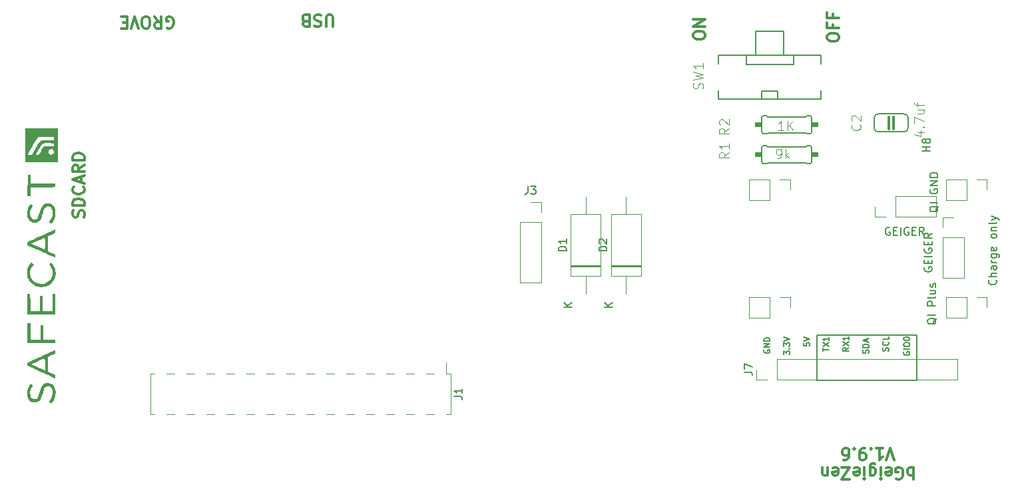
<source format=gbr>
G04 #@! TF.GenerationSoftware,KiCad,Pcbnew,5.99.0-unknown-da005bd2a6~101~ubuntu20.04.1*
G04 #@! TF.CreationDate,2021-02-28T21:29:47+09:00*
G04 #@! TF.ProjectId,M5_board_bGeigieRaku V1.9,4d355f62-6f61-4726-945f-624765696769,rev?*
G04 #@! TF.SameCoordinates,Original*
G04 #@! TF.FileFunction,Legend,Top*
G04 #@! TF.FilePolarity,Positive*
%FSLAX46Y46*%
G04 Gerber Fmt 4.6, Leading zero omitted, Abs format (unit mm)*
G04 Created by KiCad (PCBNEW 5.99.0-unknown-da005bd2a6~101~ubuntu20.04.1) date 2021-02-28 21:29:47*
%MOMM*%
%LPD*%
G01*
G04 APERTURE LIST*
%ADD10C,0.300000*%
%ADD11C,0.200000*%
%ADD12C,0.150000*%
%ADD13C,0.120650*%
%ADD14C,0.096520*%
%ADD15C,0.152400*%
%ADD16C,0.120000*%
%ADD17C,0.127000*%
%ADD18C,0.304800*%
G04 APERTURE END LIST*
D10*
X107071885Y-69880000D02*
X107214742Y-69951428D01*
X107429028Y-69951428D01*
X107643314Y-69880000D01*
X107786171Y-69737142D01*
X107857600Y-69594285D01*
X107929028Y-69308571D01*
X107929028Y-69094285D01*
X107857600Y-68808571D01*
X107786171Y-68665714D01*
X107643314Y-68522857D01*
X107429028Y-68451428D01*
X107286171Y-68451428D01*
X107071885Y-68522857D01*
X107000457Y-68594285D01*
X107000457Y-69094285D01*
X107286171Y-69094285D01*
X105500457Y-68451428D02*
X106000457Y-69165714D01*
X106357600Y-68451428D02*
X106357600Y-69951428D01*
X105786171Y-69951428D01*
X105643314Y-69880000D01*
X105571885Y-69808571D01*
X105500457Y-69665714D01*
X105500457Y-69451428D01*
X105571885Y-69308571D01*
X105643314Y-69237142D01*
X105786171Y-69165714D01*
X106357600Y-69165714D01*
X104571885Y-69951428D02*
X104286171Y-69951428D01*
X104143314Y-69880000D01*
X104000457Y-69737142D01*
X103929028Y-69451428D01*
X103929028Y-68951428D01*
X104000457Y-68665714D01*
X104143314Y-68522857D01*
X104286171Y-68451428D01*
X104571885Y-68451428D01*
X104714742Y-68522857D01*
X104857600Y-68665714D01*
X104929028Y-68951428D01*
X104929028Y-69451428D01*
X104857600Y-69737142D01*
X104714742Y-69880000D01*
X104571885Y-69951428D01*
X103500457Y-69951428D02*
X103000457Y-68451428D01*
X102500457Y-69951428D01*
X102000457Y-69237142D02*
X101500457Y-69237142D01*
X101286171Y-68451428D02*
X102000457Y-68451428D01*
X102000457Y-69951428D01*
X101286171Y-69951428D01*
X201993314Y-125858928D02*
X201993314Y-127358928D01*
X201993314Y-126787500D02*
X201850457Y-126858928D01*
X201564742Y-126858928D01*
X201421885Y-126787500D01*
X201350457Y-126716071D01*
X201279028Y-126573214D01*
X201279028Y-126144642D01*
X201350457Y-126001785D01*
X201421885Y-125930357D01*
X201564742Y-125858928D01*
X201850457Y-125858928D01*
X201993314Y-125930357D01*
X199850457Y-127287500D02*
X199993314Y-127358928D01*
X200207600Y-127358928D01*
X200421885Y-127287500D01*
X200564742Y-127144642D01*
X200636171Y-127001785D01*
X200707600Y-126716071D01*
X200707600Y-126501785D01*
X200636171Y-126216071D01*
X200564742Y-126073214D01*
X200421885Y-125930357D01*
X200207600Y-125858928D01*
X200064742Y-125858928D01*
X199850457Y-125930357D01*
X199779028Y-126001785D01*
X199779028Y-126501785D01*
X200064742Y-126501785D01*
X198564742Y-125930357D02*
X198707600Y-125858928D01*
X198993314Y-125858928D01*
X199136171Y-125930357D01*
X199207600Y-126073214D01*
X199207600Y-126644642D01*
X199136171Y-126787500D01*
X198993314Y-126858928D01*
X198707600Y-126858928D01*
X198564742Y-126787500D01*
X198493314Y-126644642D01*
X198493314Y-126501785D01*
X199207600Y-126358928D01*
X197850457Y-125858928D02*
X197850457Y-126858928D01*
X197850457Y-127358928D02*
X197921885Y-127287500D01*
X197850457Y-127216071D01*
X197779028Y-127287500D01*
X197850457Y-127358928D01*
X197850457Y-127216071D01*
X196493314Y-126858928D02*
X196493314Y-125644642D01*
X196564742Y-125501785D01*
X196636171Y-125430357D01*
X196779028Y-125358928D01*
X196993314Y-125358928D01*
X197136171Y-125430357D01*
X196493314Y-125930357D02*
X196636171Y-125858928D01*
X196921885Y-125858928D01*
X197064742Y-125930357D01*
X197136171Y-126001785D01*
X197207600Y-126144642D01*
X197207600Y-126573214D01*
X197136171Y-126716071D01*
X197064742Y-126787500D01*
X196921885Y-126858928D01*
X196636171Y-126858928D01*
X196493314Y-126787500D01*
X195779028Y-125858928D02*
X195779028Y-126858928D01*
X195779028Y-127358928D02*
X195850457Y-127287500D01*
X195779028Y-127216071D01*
X195707600Y-127287500D01*
X195779028Y-127358928D01*
X195779028Y-127216071D01*
X194493314Y-125930357D02*
X194636171Y-125858928D01*
X194921885Y-125858928D01*
X195064742Y-125930357D01*
X195136171Y-126073214D01*
X195136171Y-126644642D01*
X195064742Y-126787500D01*
X194921885Y-126858928D01*
X194636171Y-126858928D01*
X194493314Y-126787500D01*
X194421885Y-126644642D01*
X194421885Y-126501785D01*
X195136171Y-126358928D01*
X193921885Y-127358928D02*
X192921885Y-127358928D01*
X193921885Y-125858928D01*
X192921885Y-125858928D01*
X191779028Y-125930357D02*
X191921885Y-125858928D01*
X192207600Y-125858928D01*
X192350457Y-125930357D01*
X192421885Y-126073214D01*
X192421885Y-126644642D01*
X192350457Y-126787500D01*
X192207600Y-126858928D01*
X191921885Y-126858928D01*
X191779028Y-126787500D01*
X191707600Y-126644642D01*
X191707600Y-126501785D01*
X192421885Y-126358928D01*
X191064742Y-126858928D02*
X191064742Y-125858928D01*
X191064742Y-126716071D02*
X190993314Y-126787500D01*
X190850457Y-126858928D01*
X190636171Y-126858928D01*
X190493314Y-126787500D01*
X190421885Y-126644642D01*
X190421885Y-125858928D01*
X199564742Y-124943928D02*
X199064742Y-123443928D01*
X198564742Y-124943928D01*
X197279028Y-123443928D02*
X198136171Y-123443928D01*
X197707600Y-123443928D02*
X197707600Y-124943928D01*
X197850457Y-124729642D01*
X197993314Y-124586785D01*
X198136171Y-124515357D01*
X196636171Y-123586785D02*
X196564742Y-123515357D01*
X196636171Y-123443928D01*
X196707600Y-123515357D01*
X196636171Y-123586785D01*
X196636171Y-123443928D01*
X195850457Y-123443928D02*
X195564742Y-123443928D01*
X195421885Y-123515357D01*
X195350457Y-123586785D01*
X195207600Y-123801071D01*
X195136171Y-124086785D01*
X195136171Y-124658214D01*
X195207600Y-124801071D01*
X195279028Y-124872500D01*
X195421885Y-124943928D01*
X195707600Y-124943928D01*
X195850457Y-124872500D01*
X195921885Y-124801071D01*
X195993314Y-124658214D01*
X195993314Y-124301071D01*
X195921885Y-124158214D01*
X195850457Y-124086785D01*
X195707600Y-124015357D01*
X195421885Y-124015357D01*
X195279028Y-124086785D01*
X195207600Y-124158214D01*
X195136171Y-124301071D01*
X194493314Y-123586785D02*
X194421885Y-123515357D01*
X194493314Y-123443928D01*
X194564742Y-123515357D01*
X194493314Y-123586785D01*
X194493314Y-123443928D01*
X193136171Y-124943928D02*
X193421885Y-124943928D01*
X193564742Y-124872500D01*
X193636171Y-124801071D01*
X193779028Y-124586785D01*
X193850457Y-124301071D01*
X193850457Y-123729642D01*
X193779028Y-123586785D01*
X193707600Y-123515357D01*
X193564742Y-123443928D01*
X193279028Y-123443928D01*
X193136171Y-123515357D01*
X193064742Y-123586785D01*
X192993314Y-123729642D01*
X192993314Y-124086785D01*
X193064742Y-124229642D01*
X193136171Y-124301071D01*
X193279028Y-124372500D01*
X193564742Y-124372500D01*
X193707600Y-124301071D01*
X193779028Y-124229642D01*
X193850457Y-124086785D01*
D11*
X189753300Y-114751100D02*
X189753300Y-109036100D01*
X202453300Y-114751100D02*
X189753300Y-114751100D01*
X189753300Y-109036100D02*
X202453300Y-109036100D01*
X202453300Y-109036100D02*
X202453300Y-114751100D01*
D12*
X212489742Y-101994285D02*
X212537361Y-102041904D01*
X212584980Y-102184761D01*
X212584980Y-102280000D01*
X212537361Y-102422857D01*
X212442123Y-102518095D01*
X212346885Y-102565714D01*
X212156409Y-102613333D01*
X212013552Y-102613333D01*
X211823076Y-102565714D01*
X211727838Y-102518095D01*
X211632600Y-102422857D01*
X211584980Y-102280000D01*
X211584980Y-102184761D01*
X211632600Y-102041904D01*
X211680219Y-101994285D01*
X212584980Y-101565714D02*
X211584980Y-101565714D01*
X212584980Y-101137142D02*
X212061171Y-101137142D01*
X211965933Y-101184761D01*
X211918314Y-101280000D01*
X211918314Y-101422857D01*
X211965933Y-101518095D01*
X212013552Y-101565714D01*
X212584980Y-100232380D02*
X212061171Y-100232380D01*
X211965933Y-100280000D01*
X211918314Y-100375238D01*
X211918314Y-100565714D01*
X211965933Y-100660952D01*
X212537361Y-100232380D02*
X212584980Y-100327619D01*
X212584980Y-100565714D01*
X212537361Y-100660952D01*
X212442123Y-100708571D01*
X212346885Y-100708571D01*
X212251647Y-100660952D01*
X212204028Y-100565714D01*
X212204028Y-100327619D01*
X212156409Y-100232380D01*
X212584980Y-99756190D02*
X211918314Y-99756190D01*
X212108790Y-99756190D02*
X212013552Y-99708571D01*
X211965933Y-99660952D01*
X211918314Y-99565714D01*
X211918314Y-99470476D01*
X211918314Y-98708571D02*
X212727838Y-98708571D01*
X212823076Y-98756190D01*
X212870695Y-98803809D01*
X212918314Y-98899047D01*
X212918314Y-99041904D01*
X212870695Y-99137142D01*
X212537361Y-98708571D02*
X212584980Y-98803809D01*
X212584980Y-98994285D01*
X212537361Y-99089523D01*
X212489742Y-99137142D01*
X212394504Y-99184761D01*
X212108790Y-99184761D01*
X212013552Y-99137142D01*
X211965933Y-99089523D01*
X211918314Y-98994285D01*
X211918314Y-98803809D01*
X211965933Y-98708571D01*
X212537361Y-97851428D02*
X212584980Y-97946666D01*
X212584980Y-98137142D01*
X212537361Y-98232380D01*
X212442123Y-98280000D01*
X212061171Y-98280000D01*
X211965933Y-98232380D01*
X211918314Y-98137142D01*
X211918314Y-97946666D01*
X211965933Y-97851428D01*
X212061171Y-97803809D01*
X212156409Y-97803809D01*
X212251647Y-98280000D01*
X212584980Y-96470476D02*
X212537361Y-96565714D01*
X212489742Y-96613333D01*
X212394504Y-96660952D01*
X212108790Y-96660952D01*
X212013552Y-96613333D01*
X211965933Y-96565714D01*
X211918314Y-96470476D01*
X211918314Y-96327619D01*
X211965933Y-96232380D01*
X212013552Y-96184761D01*
X212108790Y-96137142D01*
X212394504Y-96137142D01*
X212489742Y-96184761D01*
X212537361Y-96232380D01*
X212584980Y-96327619D01*
X212584980Y-96470476D01*
X211918314Y-95708571D02*
X212584980Y-95708571D01*
X212013552Y-95708571D02*
X211965933Y-95660952D01*
X211918314Y-95565714D01*
X211918314Y-95422857D01*
X211965933Y-95327619D01*
X212061171Y-95280000D01*
X212584980Y-95280000D01*
X212584980Y-94660952D02*
X212537361Y-94756190D01*
X212442123Y-94803809D01*
X211584980Y-94803809D01*
X211918314Y-94375238D02*
X212584980Y-94137142D01*
X211918314Y-93899047D02*
X212584980Y-94137142D01*
X212823076Y-94232380D01*
X212870695Y-94280000D01*
X212918314Y-94375238D01*
D10*
X128200457Y-69751428D02*
X128200457Y-68537142D01*
X128129028Y-68394285D01*
X128057600Y-68322857D01*
X127914742Y-68251428D01*
X127629028Y-68251428D01*
X127486171Y-68322857D01*
X127414742Y-68394285D01*
X127343314Y-68537142D01*
X127343314Y-69751428D01*
X126700457Y-68322857D02*
X126486171Y-68251428D01*
X126129028Y-68251428D01*
X125986171Y-68322857D01*
X125914742Y-68394285D01*
X125843314Y-68537142D01*
X125843314Y-68680000D01*
X125914742Y-68822857D01*
X125986171Y-68894285D01*
X126129028Y-68965714D01*
X126414742Y-69037142D01*
X126557600Y-69108571D01*
X126629028Y-69180000D01*
X126700457Y-69322857D01*
X126700457Y-69465714D01*
X126629028Y-69608571D01*
X126557600Y-69680000D01*
X126414742Y-69751428D01*
X126057600Y-69751428D01*
X125843314Y-69680000D01*
X124700457Y-69037142D02*
X124486171Y-68965714D01*
X124414742Y-68894285D01*
X124343314Y-68751428D01*
X124343314Y-68537142D01*
X124414742Y-68394285D01*
X124486171Y-68322857D01*
X124629028Y-68251428D01*
X125200457Y-68251428D01*
X125200457Y-69751428D01*
X124700457Y-69751428D01*
X124557600Y-69680000D01*
X124486171Y-69608571D01*
X124414742Y-69465714D01*
X124414742Y-69322857D01*
X124486171Y-69180000D01*
X124557600Y-69108571D01*
X124700457Y-69037142D01*
X125200457Y-69037142D01*
D12*
X196279871Y-111343814D02*
X196315585Y-111236671D01*
X196315585Y-111058100D01*
X196279871Y-110986671D01*
X196244157Y-110950957D01*
X196172728Y-110915242D01*
X196101300Y-110915242D01*
X196029871Y-110950957D01*
X195994157Y-110986671D01*
X195958442Y-111058100D01*
X195922728Y-111200957D01*
X195887014Y-111272385D01*
X195851300Y-111308100D01*
X195779871Y-111343814D01*
X195708442Y-111343814D01*
X195637014Y-111308100D01*
X195601300Y-111272385D01*
X195565585Y-111200957D01*
X195565585Y-111022385D01*
X195601300Y-110915242D01*
X196315585Y-110593814D02*
X195565585Y-110593814D01*
X195565585Y-110415242D01*
X195601300Y-110308100D01*
X195672728Y-110236671D01*
X195744157Y-110200957D01*
X195887014Y-110165242D01*
X195994157Y-110165242D01*
X196137014Y-110200957D01*
X196208442Y-110236671D01*
X196279871Y-110308100D01*
X196315585Y-110415242D01*
X196315585Y-110593814D01*
X196101300Y-109879528D02*
X196101300Y-109522385D01*
X196315585Y-109950957D02*
X195565585Y-109700957D01*
X196315585Y-109450957D01*
D10*
X174032171Y-70980571D02*
X174032171Y-70694857D01*
X174103600Y-70552000D01*
X174246457Y-70409142D01*
X174532171Y-70337714D01*
X175032171Y-70337714D01*
X175317885Y-70409142D01*
X175460742Y-70552000D01*
X175532171Y-70694857D01*
X175532171Y-70980571D01*
X175460742Y-71123428D01*
X175317885Y-71266285D01*
X175032171Y-71337714D01*
X174532171Y-71337714D01*
X174246457Y-71266285D01*
X174103600Y-71123428D01*
X174032171Y-70980571D01*
X175532171Y-69694857D02*
X174032171Y-69694857D01*
X175532171Y-68837714D01*
X174032171Y-68837714D01*
D12*
X200808300Y-111165242D02*
X200772585Y-111236671D01*
X200772585Y-111343814D01*
X200808300Y-111450957D01*
X200879728Y-111522385D01*
X200951157Y-111558100D01*
X201094014Y-111593814D01*
X201201157Y-111593814D01*
X201344014Y-111558100D01*
X201415442Y-111522385D01*
X201486871Y-111450957D01*
X201522585Y-111343814D01*
X201522585Y-111272385D01*
X201486871Y-111165242D01*
X201451157Y-111129528D01*
X201201157Y-111129528D01*
X201201157Y-111272385D01*
X201522585Y-110808100D02*
X200772585Y-110808100D01*
X200772585Y-110308100D02*
X200772585Y-110165242D01*
X200808300Y-110093814D01*
X200879728Y-110022385D01*
X201022585Y-109986671D01*
X201272585Y-109986671D01*
X201415442Y-110022385D01*
X201486871Y-110093814D01*
X201522585Y-110165242D01*
X201522585Y-110308100D01*
X201486871Y-110379528D01*
X201415442Y-110450957D01*
X201272585Y-110486671D01*
X201022585Y-110486671D01*
X200879728Y-110450957D01*
X200808300Y-110379528D01*
X200772585Y-110308100D01*
X200772585Y-109522385D02*
X200772585Y-109450957D01*
X200808300Y-109379528D01*
X200844014Y-109343814D01*
X200915442Y-109308100D01*
X201058300Y-109272385D01*
X201236871Y-109272385D01*
X201379728Y-109308100D01*
X201451157Y-109343814D01*
X201486871Y-109379528D01*
X201522585Y-109450957D01*
X201522585Y-109522385D01*
X201486871Y-109593814D01*
X201451157Y-109629528D01*
X201379728Y-109665242D01*
X201236871Y-109700957D01*
X201058300Y-109700957D01*
X200915442Y-109665242D01*
X200844014Y-109629528D01*
X200808300Y-109593814D01*
X200772585Y-109522385D01*
X188093485Y-110011431D02*
X188093485Y-110368574D01*
X188450628Y-110404288D01*
X188414914Y-110368574D01*
X188379200Y-110297145D01*
X188379200Y-110118574D01*
X188414914Y-110047145D01*
X188450628Y-110011431D01*
X188522057Y-109975716D01*
X188700628Y-109975716D01*
X188772057Y-110011431D01*
X188807771Y-110047145D01*
X188843485Y-110118574D01*
X188843485Y-110297145D01*
X188807771Y-110368574D01*
X188772057Y-110404288D01*
X188093485Y-109761431D02*
X188843485Y-109511431D01*
X188093485Y-109261431D01*
D10*
X96514742Y-94001428D02*
X96586171Y-93787142D01*
X96586171Y-93430000D01*
X96514742Y-93287142D01*
X96443314Y-93215714D01*
X96300457Y-93144285D01*
X96157600Y-93144285D01*
X96014742Y-93215714D01*
X95943314Y-93287142D01*
X95871885Y-93430000D01*
X95800457Y-93715714D01*
X95729028Y-93858571D01*
X95657600Y-93930000D01*
X95514742Y-94001428D01*
X95371885Y-94001428D01*
X95229028Y-93930000D01*
X95157600Y-93858571D01*
X95086171Y-93715714D01*
X95086171Y-93358571D01*
X95157600Y-93144285D01*
X96586171Y-92501428D02*
X95086171Y-92501428D01*
X95086171Y-92144285D01*
X95157600Y-91930000D01*
X95300457Y-91787142D01*
X95443314Y-91715714D01*
X95729028Y-91644285D01*
X95943314Y-91644285D01*
X96229028Y-91715714D01*
X96371885Y-91787142D01*
X96514742Y-91930000D01*
X96586171Y-92144285D01*
X96586171Y-92501428D01*
X96443314Y-90144285D02*
X96514742Y-90215714D01*
X96586171Y-90430000D01*
X96586171Y-90572857D01*
X96514742Y-90787142D01*
X96371885Y-90930000D01*
X96229028Y-91001428D01*
X95943314Y-91072857D01*
X95729028Y-91072857D01*
X95443314Y-91001428D01*
X95300457Y-90930000D01*
X95157600Y-90787142D01*
X95086171Y-90572857D01*
X95086171Y-90430000D01*
X95157600Y-90215714D01*
X95229028Y-90144285D01*
X96157600Y-89572857D02*
X96157600Y-88858571D01*
X96586171Y-89715714D02*
X95086171Y-89215714D01*
X96586171Y-88715714D01*
X96586171Y-87358571D02*
X95871885Y-87858571D01*
X96586171Y-88215714D02*
X95086171Y-88215714D01*
X95086171Y-87644285D01*
X95157600Y-87501428D01*
X95229028Y-87430000D01*
X95371885Y-87358571D01*
X95586171Y-87358571D01*
X95729028Y-87430000D01*
X95800457Y-87501428D01*
X95871885Y-87644285D01*
X95871885Y-88215714D01*
X96586171Y-86715714D02*
X95086171Y-86715714D01*
X95086171Y-86358571D01*
X95157600Y-86144285D01*
X95300457Y-86001428D01*
X95443314Y-85930000D01*
X95729028Y-85858571D01*
X95943314Y-85858571D01*
X96229028Y-85930000D01*
X96371885Y-86001428D01*
X96514742Y-86144285D01*
X96586171Y-86358571D01*
X96586171Y-86715714D01*
D12*
X185553485Y-111511430D02*
X185553485Y-111047145D01*
X185839200Y-111297145D01*
X185839200Y-111190002D01*
X185874914Y-111118573D01*
X185910628Y-111082859D01*
X185982057Y-111047145D01*
X186160628Y-111047145D01*
X186232057Y-111082859D01*
X186267771Y-111118573D01*
X186303485Y-111190002D01*
X186303485Y-111404288D01*
X186267771Y-111475716D01*
X186232057Y-111511430D01*
X186232057Y-110725716D02*
X186267771Y-110690002D01*
X186303485Y-110725716D01*
X186267771Y-110761430D01*
X186232057Y-110725716D01*
X186303485Y-110725716D01*
X185553485Y-110440002D02*
X185553485Y-109975716D01*
X185839200Y-110225716D01*
X185839200Y-110118573D01*
X185874914Y-110047145D01*
X185910628Y-110011430D01*
X185982057Y-109975716D01*
X186160628Y-109975716D01*
X186232057Y-110011430D01*
X186267771Y-110047145D01*
X186303485Y-110118573D01*
X186303485Y-110332859D01*
X186267771Y-110404288D01*
X186232057Y-110440002D01*
X185553485Y-109761430D02*
X186303485Y-109511430D01*
X185553485Y-109261430D01*
X190485585Y-111079958D02*
X190485585Y-110651387D01*
X191235585Y-110865672D02*
X190485585Y-110865672D01*
X190485585Y-110472815D02*
X191235585Y-109972815D01*
X190485585Y-109972815D02*
X191235585Y-110472815D01*
X191235585Y-109294244D02*
X191235585Y-109722815D01*
X191235585Y-109508529D02*
X190485585Y-109508529D01*
X190592728Y-109579958D01*
X190664157Y-109651387D01*
X190699871Y-109722815D01*
X183049200Y-110904287D02*
X183013485Y-110975716D01*
X183013485Y-111082859D01*
X183049200Y-111190001D01*
X183120628Y-111261430D01*
X183192057Y-111297144D01*
X183334914Y-111332859D01*
X183442057Y-111332859D01*
X183584914Y-111297144D01*
X183656342Y-111261430D01*
X183727771Y-111190001D01*
X183763485Y-111082859D01*
X183763485Y-111011430D01*
X183727771Y-110904287D01*
X183692057Y-110868573D01*
X183442057Y-110868573D01*
X183442057Y-111011430D01*
X183763485Y-110547144D02*
X183013485Y-110547144D01*
X183763485Y-110118573D01*
X183013485Y-110118573D01*
X183763485Y-109761430D02*
X183013485Y-109761430D01*
X183013485Y-109582859D01*
X183049200Y-109475716D01*
X183120628Y-109404287D01*
X183192057Y-109368573D01*
X183334914Y-109332859D01*
X183442057Y-109332859D01*
X183584914Y-109368573D01*
X183656342Y-109404287D01*
X183727771Y-109475716D01*
X183763485Y-109582859D01*
X183763485Y-109761430D01*
D10*
X191050171Y-71226571D02*
X191050171Y-70940857D01*
X191121600Y-70798000D01*
X191264457Y-70655142D01*
X191550171Y-70583714D01*
X192050171Y-70583714D01*
X192335885Y-70655142D01*
X192478742Y-70798000D01*
X192550171Y-70940857D01*
X192550171Y-71226571D01*
X192478742Y-71369428D01*
X192335885Y-71512285D01*
X192050171Y-71583714D01*
X191550171Y-71583714D01*
X191264457Y-71512285D01*
X191121600Y-71369428D01*
X191050171Y-71226571D01*
X191764457Y-69440857D02*
X191764457Y-69940857D01*
X192550171Y-69940857D02*
X191050171Y-69940857D01*
X191050171Y-69226571D01*
X191764457Y-68155142D02*
X191764457Y-68655142D01*
X192550171Y-68655142D02*
X191050171Y-68655142D01*
X191050171Y-67940857D01*
D12*
X193775585Y-110633529D02*
X193418442Y-110883529D01*
X193775585Y-111062101D02*
X193025585Y-111062101D01*
X193025585Y-110776387D01*
X193061300Y-110704958D01*
X193097014Y-110669244D01*
X193168442Y-110633529D01*
X193275585Y-110633529D01*
X193347014Y-110669244D01*
X193382728Y-110704958D01*
X193418442Y-110776387D01*
X193418442Y-111062101D01*
X193025585Y-110383529D02*
X193775585Y-109883529D01*
X193025585Y-109883529D02*
X193775585Y-110383529D01*
X193775585Y-109204958D02*
X193775585Y-109633529D01*
X193775585Y-109419244D02*
X193025585Y-109419244D01*
X193132728Y-109490672D01*
X193204157Y-109562101D01*
X193239871Y-109633529D01*
X198819871Y-111044245D02*
X198855585Y-110937102D01*
X198855585Y-110758530D01*
X198819871Y-110687102D01*
X198784157Y-110651388D01*
X198712728Y-110615673D01*
X198641300Y-110615673D01*
X198569871Y-110651388D01*
X198534157Y-110687102D01*
X198498442Y-110758530D01*
X198462728Y-110901388D01*
X198427014Y-110972816D01*
X198391300Y-111008530D01*
X198319871Y-111044245D01*
X198248442Y-111044245D01*
X198177014Y-111008530D01*
X198141300Y-110972816D01*
X198105585Y-110901388D01*
X198105585Y-110722816D01*
X198141300Y-110615673D01*
X198784157Y-109865673D02*
X198819871Y-109901388D01*
X198855585Y-110008530D01*
X198855585Y-110079959D01*
X198819871Y-110187102D01*
X198748442Y-110258530D01*
X198677014Y-110294245D01*
X198534157Y-110329959D01*
X198427014Y-110329959D01*
X198284157Y-110294245D01*
X198212728Y-110258530D01*
X198141300Y-110187102D01*
X198105585Y-110079959D01*
X198105585Y-110008530D01*
X198141300Y-109901388D01*
X198177014Y-109865673D01*
X198855585Y-109187102D02*
X198855585Y-109544245D01*
X198105585Y-109544245D01*
D13*
X178530265Y-82685279D02*
X177955741Y-83087446D01*
X178530265Y-83374708D02*
X177323765Y-83374708D01*
X177323765Y-82915089D01*
X177381218Y-82800184D01*
X177438670Y-82742732D01*
X177553575Y-82685279D01*
X177725932Y-82685279D01*
X177840837Y-82742732D01*
X177898289Y-82800184D01*
X177955741Y-82915089D01*
X177955741Y-83374708D01*
X177438670Y-82225660D02*
X177381218Y-82168208D01*
X177323765Y-82053303D01*
X177323765Y-81766041D01*
X177381218Y-81651136D01*
X177438670Y-81593684D01*
X177553575Y-81536232D01*
X177668479Y-81536232D01*
X177840837Y-81593684D01*
X178530265Y-82283112D01*
X178530265Y-81536232D01*
X185530867Y-82948547D02*
X184841439Y-82948547D01*
X185186153Y-82948547D02*
X185186153Y-81742047D01*
X185071248Y-81914404D01*
X184956344Y-82029309D01*
X184841439Y-82086761D01*
X186047939Y-82948547D02*
X186047939Y-81742047D01*
X186737367Y-82948547D02*
X186220296Y-82259119D01*
X186737367Y-81742047D02*
X186047939Y-82431476D01*
D12*
X143645380Y-116838333D02*
X144359666Y-116838333D01*
X144502523Y-116885952D01*
X144597761Y-116981190D01*
X144645380Y-117124047D01*
X144645380Y-117219285D01*
X144645380Y-115838333D02*
X144645380Y-116409761D01*
X144645380Y-116124047D02*
X143645380Y-116124047D01*
X143788238Y-116219285D01*
X143883476Y-116314523D01*
X143931095Y-116409761D01*
X205205219Y-92591904D02*
X205157600Y-92687142D01*
X205062361Y-92782380D01*
X204919504Y-92925238D01*
X204871885Y-93020476D01*
X204871885Y-93115714D01*
X205109980Y-93068095D02*
X205062361Y-93163333D01*
X204967123Y-93258571D01*
X204776647Y-93306190D01*
X204443314Y-93306190D01*
X204252838Y-93258571D01*
X204157600Y-93163333D01*
X204109980Y-93068095D01*
X204109980Y-92877619D01*
X204157600Y-92782380D01*
X204252838Y-92687142D01*
X204443314Y-92639523D01*
X204776647Y-92639523D01*
X204967123Y-92687142D01*
X205062361Y-92782380D01*
X205109980Y-92877619D01*
X205109980Y-93068095D01*
X205109980Y-92210952D02*
X204109980Y-92210952D01*
X204157600Y-90449047D02*
X204109980Y-90544285D01*
X204109980Y-90687142D01*
X204157600Y-90830000D01*
X204252838Y-90925238D01*
X204348076Y-90972857D01*
X204538552Y-91020476D01*
X204681409Y-91020476D01*
X204871885Y-90972857D01*
X204967123Y-90925238D01*
X205062361Y-90830000D01*
X205109980Y-90687142D01*
X205109980Y-90591904D01*
X205062361Y-90449047D01*
X205014742Y-90401428D01*
X204681409Y-90401428D01*
X204681409Y-90591904D01*
X205109980Y-89972857D02*
X204109980Y-89972857D01*
X205109980Y-89401428D01*
X204109980Y-89401428D01*
X205109980Y-88925238D02*
X204109980Y-88925238D01*
X204109980Y-88687142D01*
X204157600Y-88544285D01*
X204252838Y-88449047D01*
X204348076Y-88401428D01*
X204538552Y-88353809D01*
X204681409Y-88353809D01*
X204871885Y-88401428D01*
X204967123Y-88449047D01*
X205062361Y-88544285D01*
X205109980Y-88687142D01*
X205109980Y-88925238D01*
X152999666Y-90062380D02*
X152999666Y-90776666D01*
X152952047Y-90919523D01*
X152856809Y-91014761D01*
X152713952Y-91062380D01*
X152618714Y-91062380D01*
X153380619Y-90062380D02*
X153999666Y-90062380D01*
X153666333Y-90443333D01*
X153809190Y-90443333D01*
X153904428Y-90490952D01*
X153952047Y-90538571D01*
X153999666Y-90633809D01*
X153999666Y-90871904D01*
X153952047Y-90967142D01*
X153904428Y-91014761D01*
X153809190Y-91062380D01*
X153523476Y-91062380D01*
X153428238Y-91014761D01*
X153380619Y-90967142D01*
D14*
X175183195Y-77633452D02*
X175240647Y-77461095D01*
X175240647Y-77173833D01*
X175183195Y-77058928D01*
X175125742Y-77001476D01*
X175010838Y-76944023D01*
X174895933Y-76944023D01*
X174781028Y-77001476D01*
X174723576Y-77058928D01*
X174666123Y-77173833D01*
X174608671Y-77403642D01*
X174551219Y-77518547D01*
X174493766Y-77576000D01*
X174378861Y-77633452D01*
X174263957Y-77633452D01*
X174149052Y-77576000D01*
X174091600Y-77518547D01*
X174034147Y-77403642D01*
X174034147Y-77116381D01*
X174091600Y-76944023D01*
X174034147Y-76541857D02*
X175240647Y-76254595D01*
X174378861Y-76024785D01*
X175240647Y-75794976D01*
X174034147Y-75507714D01*
X175240647Y-74416119D02*
X175240647Y-75105547D01*
X175240647Y-74760833D02*
X174034147Y-74760833D01*
X174206504Y-74875738D01*
X174321409Y-74990642D01*
X174378861Y-75105547D01*
D13*
X195200242Y-82192279D02*
X195257695Y-82249732D01*
X195315147Y-82422089D01*
X195315147Y-82536993D01*
X195257695Y-82709351D01*
X195142790Y-82824255D01*
X195027885Y-82881708D01*
X194798076Y-82939160D01*
X194625719Y-82939160D01*
X194395909Y-82881708D01*
X194281004Y-82824255D01*
X194166100Y-82709351D01*
X194108647Y-82536993D01*
X194108647Y-82422089D01*
X194166100Y-82249732D01*
X194223552Y-82192279D01*
X194223552Y-81732660D02*
X194166100Y-81675208D01*
X194108647Y-81560303D01*
X194108647Y-81273041D01*
X194166100Y-81158136D01*
X194223552Y-81100684D01*
X194338457Y-81043232D01*
X194453361Y-81043232D01*
X194625719Y-81100684D01*
X195315147Y-81790112D01*
X195315147Y-81043232D01*
X202545814Y-83157732D02*
X203350147Y-83157732D01*
X202086195Y-83444993D02*
X202947980Y-83732255D01*
X202947980Y-82985374D01*
X203235242Y-82525755D02*
X203292695Y-82468303D01*
X203350147Y-82525755D01*
X203292695Y-82583208D01*
X203235242Y-82525755D01*
X203350147Y-82525755D01*
X202143647Y-82066136D02*
X202143647Y-81261803D01*
X203350147Y-81778874D01*
X202545814Y-80285112D02*
X203350147Y-80285112D01*
X202545814Y-80802184D02*
X203177790Y-80802184D01*
X203292695Y-80744732D01*
X203350147Y-80629827D01*
X203350147Y-80457470D01*
X203292695Y-80342565D01*
X203235242Y-80285112D01*
X202545814Y-79882946D02*
X202545814Y-79423327D01*
X203350147Y-79710589D02*
X202316004Y-79710589D01*
X202201100Y-79653136D01*
X202143647Y-79538232D01*
X202143647Y-79423327D01*
D12*
X204160380Y-85591904D02*
X203160380Y-85591904D01*
X203636571Y-85591904D02*
X203636571Y-85020476D01*
X204160380Y-85020476D02*
X203160380Y-85020476D01*
X203588952Y-84401428D02*
X203541333Y-84496666D01*
X203493714Y-84544285D01*
X203398476Y-84591904D01*
X203350857Y-84591904D01*
X203255619Y-84544285D01*
X203208000Y-84496666D01*
X203160380Y-84401428D01*
X203160380Y-84210952D01*
X203208000Y-84115714D01*
X203255619Y-84068095D01*
X203350857Y-84020476D01*
X203398476Y-84020476D01*
X203493714Y-84068095D01*
X203541333Y-84115714D01*
X203588952Y-84210952D01*
X203588952Y-84401428D01*
X203636571Y-84496666D01*
X203684190Y-84544285D01*
X203779428Y-84591904D01*
X203969904Y-84591904D01*
X204065142Y-84544285D01*
X204112761Y-84496666D01*
X204160380Y-84401428D01*
X204160380Y-84210952D01*
X204112761Y-84115714D01*
X204065142Y-84068095D01*
X203969904Y-84020476D01*
X203779428Y-84020476D01*
X203684190Y-84068095D01*
X203636571Y-84115714D01*
X203588952Y-84210952D01*
X204930219Y-106887142D02*
X204882600Y-106982380D01*
X204787361Y-107077619D01*
X204644504Y-107220476D01*
X204596885Y-107315714D01*
X204596885Y-107410952D01*
X204834980Y-107363333D02*
X204787361Y-107458571D01*
X204692123Y-107553809D01*
X204501647Y-107601428D01*
X204168314Y-107601428D01*
X203977838Y-107553809D01*
X203882600Y-107458571D01*
X203834980Y-107363333D01*
X203834980Y-107172857D01*
X203882600Y-107077619D01*
X203977838Y-106982380D01*
X204168314Y-106934761D01*
X204501647Y-106934761D01*
X204692123Y-106982380D01*
X204787361Y-107077619D01*
X204834980Y-107172857D01*
X204834980Y-107363333D01*
X204834980Y-106506190D02*
X203834980Y-106506190D01*
X204834980Y-105268095D02*
X203834980Y-105268095D01*
X203834980Y-104887142D01*
X203882600Y-104791904D01*
X203930219Y-104744285D01*
X204025457Y-104696666D01*
X204168314Y-104696666D01*
X204263552Y-104744285D01*
X204311171Y-104791904D01*
X204358790Y-104887142D01*
X204358790Y-105268095D01*
X204834980Y-104125238D02*
X204787361Y-104220476D01*
X204692123Y-104268095D01*
X203834980Y-104268095D01*
X204168314Y-103315714D02*
X204834980Y-103315714D01*
X204168314Y-103744285D02*
X204692123Y-103744285D01*
X204787361Y-103696666D01*
X204834980Y-103601428D01*
X204834980Y-103458571D01*
X204787361Y-103363333D01*
X204739742Y-103315714D01*
X204787361Y-102887142D02*
X204834980Y-102791904D01*
X204834980Y-102601428D01*
X204787361Y-102506190D01*
X204692123Y-102458571D01*
X204644504Y-102458571D01*
X204549266Y-102506190D01*
X204501647Y-102601428D01*
X204501647Y-102744285D01*
X204454028Y-102839523D01*
X204358790Y-102887142D01*
X204311171Y-102887142D01*
X204215933Y-102839523D01*
X204168314Y-102744285D01*
X204168314Y-102601428D01*
X204215933Y-102506190D01*
X180530380Y-113738333D02*
X181244666Y-113738333D01*
X181387523Y-113785952D01*
X181482761Y-113881190D01*
X181530380Y-114024047D01*
X181530380Y-114119285D01*
X180530380Y-113357380D02*
X180530380Y-112690714D01*
X181530380Y-113119285D01*
D13*
X178530265Y-85760887D02*
X177955741Y-86163053D01*
X178530265Y-86450315D02*
X177323765Y-86450315D01*
X177323765Y-85990696D01*
X177381218Y-85875791D01*
X177438670Y-85818339D01*
X177553575Y-85760887D01*
X177725932Y-85760887D01*
X177840837Y-85818339D01*
X177898289Y-85875791D01*
X177955741Y-85990696D01*
X177955741Y-86450315D01*
X178530265Y-84611839D02*
X178530265Y-85301267D01*
X178530265Y-84956553D02*
X177323765Y-84956553D01*
X177496122Y-85071458D01*
X177611027Y-85186363D01*
X177668479Y-85301267D01*
X184674736Y-86504547D02*
X184904546Y-86504547D01*
X185019451Y-86447095D01*
X185076903Y-86389642D01*
X185191808Y-86217285D01*
X185249260Y-85987476D01*
X185249260Y-85527857D01*
X185191808Y-85412952D01*
X185134355Y-85355500D01*
X185019451Y-85298047D01*
X184789641Y-85298047D01*
X184674736Y-85355500D01*
X184617284Y-85412952D01*
X184559832Y-85527857D01*
X184559832Y-85815119D01*
X184617284Y-85930023D01*
X184674736Y-85987476D01*
X184789641Y-86044928D01*
X185019451Y-86044928D01*
X185134355Y-85987476D01*
X185191808Y-85930023D01*
X185249260Y-85815119D01*
X185766332Y-86504547D02*
X185766332Y-85298047D01*
X185881236Y-86044928D02*
X186225951Y-86504547D01*
X186225951Y-85700214D02*
X185766332Y-86159833D01*
D12*
X203428600Y-100388904D02*
X203380980Y-100484142D01*
X203380980Y-100627000D01*
X203428600Y-100769857D01*
X203523838Y-100865095D01*
X203619076Y-100912714D01*
X203809552Y-100960333D01*
X203952409Y-100960333D01*
X204142885Y-100912714D01*
X204238123Y-100865095D01*
X204333361Y-100769857D01*
X204380980Y-100627000D01*
X204380980Y-100531761D01*
X204333361Y-100388904D01*
X204285742Y-100341285D01*
X203952409Y-100341285D01*
X203952409Y-100531761D01*
X203857171Y-99912714D02*
X203857171Y-99579380D01*
X204380980Y-99436523D02*
X204380980Y-99912714D01*
X203380980Y-99912714D01*
X203380980Y-99436523D01*
X204380980Y-99007952D02*
X203380980Y-99007952D01*
X203428600Y-98007952D02*
X203380980Y-98103190D01*
X203380980Y-98246047D01*
X203428600Y-98388904D01*
X203523838Y-98484142D01*
X203619076Y-98531761D01*
X203809552Y-98579380D01*
X203952409Y-98579380D01*
X204142885Y-98531761D01*
X204238123Y-98484142D01*
X204333361Y-98388904D01*
X204380980Y-98246047D01*
X204380980Y-98150809D01*
X204333361Y-98007952D01*
X204285742Y-97960333D01*
X203952409Y-97960333D01*
X203952409Y-98150809D01*
X203857171Y-97531761D02*
X203857171Y-97198428D01*
X204380980Y-97055571D02*
X204380980Y-97531761D01*
X203380980Y-97531761D01*
X203380980Y-97055571D01*
X204380980Y-96055571D02*
X203904790Y-96388904D01*
X204380980Y-96627000D02*
X203380980Y-96627000D01*
X203380980Y-96246047D01*
X203428600Y-96150809D01*
X203476219Y-96103190D01*
X203571457Y-96055571D01*
X203714314Y-96055571D01*
X203809552Y-96103190D01*
X203857171Y-96150809D01*
X203904790Y-96246047D01*
X203904790Y-96627000D01*
X163020380Y-98298095D02*
X162020380Y-98298095D01*
X162020380Y-98060000D01*
X162068000Y-97917142D01*
X162163238Y-97821904D01*
X162258476Y-97774285D01*
X162448952Y-97726666D01*
X162591809Y-97726666D01*
X162782285Y-97774285D01*
X162877523Y-97821904D01*
X162972761Y-97917142D01*
X163020380Y-98060000D01*
X163020380Y-98298095D01*
X162115619Y-97345714D02*
X162068000Y-97298095D01*
X162020380Y-97202857D01*
X162020380Y-96964761D01*
X162068000Y-96869523D01*
X162115619Y-96821904D01*
X162210857Y-96774285D01*
X162306095Y-96774285D01*
X162448952Y-96821904D01*
X163020380Y-97393333D01*
X163020380Y-96774285D01*
X163740380Y-105441904D02*
X162740380Y-105441904D01*
X163740380Y-104870476D02*
X163168952Y-105299047D01*
X162740380Y-104870476D02*
X163311809Y-105441904D01*
X157870380Y-98298095D02*
X156870380Y-98298095D01*
X156870380Y-98060000D01*
X156918000Y-97917142D01*
X157013238Y-97821904D01*
X157108476Y-97774285D01*
X157298952Y-97726666D01*
X157441809Y-97726666D01*
X157632285Y-97774285D01*
X157727523Y-97821904D01*
X157822761Y-97917142D01*
X157870380Y-98060000D01*
X157870380Y-98298095D01*
X157870380Y-96774285D02*
X157870380Y-97345714D01*
X157870380Y-97060000D02*
X156870380Y-97060000D01*
X157013238Y-97155238D01*
X157108476Y-97250476D01*
X157156095Y-97345714D01*
X158590380Y-105441904D02*
X157590380Y-105441904D01*
X158590380Y-104870476D02*
X158018952Y-105299047D01*
X157590380Y-104870476D02*
X158161809Y-105441904D01*
X199011095Y-95337400D02*
X198915857Y-95289780D01*
X198773000Y-95289780D01*
X198630142Y-95337400D01*
X198534904Y-95432638D01*
X198487285Y-95527876D01*
X198439666Y-95718352D01*
X198439666Y-95861209D01*
X198487285Y-96051685D01*
X198534904Y-96146923D01*
X198630142Y-96242161D01*
X198773000Y-96289780D01*
X198868238Y-96289780D01*
X199011095Y-96242161D01*
X199058714Y-96194542D01*
X199058714Y-95861209D01*
X198868238Y-95861209D01*
X199487285Y-95765971D02*
X199820619Y-95765971D01*
X199963476Y-96289780D02*
X199487285Y-96289780D01*
X199487285Y-95289780D01*
X199963476Y-95289780D01*
X200392047Y-96289780D02*
X200392047Y-95289780D01*
X201392047Y-95337400D02*
X201296809Y-95289780D01*
X201153952Y-95289780D01*
X201011095Y-95337400D01*
X200915857Y-95432638D01*
X200868238Y-95527876D01*
X200820619Y-95718352D01*
X200820619Y-95861209D01*
X200868238Y-96051685D01*
X200915857Y-96146923D01*
X201011095Y-96242161D01*
X201153952Y-96289780D01*
X201249190Y-96289780D01*
X201392047Y-96242161D01*
X201439666Y-96194542D01*
X201439666Y-95861209D01*
X201249190Y-95861209D01*
X201868238Y-95765971D02*
X202201571Y-95765971D01*
X202344428Y-96289780D02*
X201868238Y-96289780D01*
X201868238Y-95289780D01*
X202344428Y-95289780D01*
X203344428Y-96289780D02*
X203011095Y-95813590D01*
X202773000Y-96289780D02*
X202773000Y-95289780D01*
X203153952Y-95289780D01*
X203249190Y-95337400D01*
X203296809Y-95385019D01*
X203344428Y-95480257D01*
X203344428Y-95623114D01*
X203296809Y-95718352D01*
X203249190Y-95765971D01*
X203153952Y-95813590D01*
X202773000Y-95813590D01*
G36*
X89745106Y-89172241D02*
G01*
X89756124Y-89759467D01*
X92899136Y-89759467D01*
X92899136Y-89951891D01*
X92894057Y-90069830D01*
X92881156Y-90151963D01*
X92872595Y-90170857D01*
X92828182Y-90176740D01*
X92712895Y-90182170D01*
X92535485Y-90187000D01*
X92304702Y-90191082D01*
X92029296Y-90194268D01*
X91718016Y-90196411D01*
X91379613Y-90197363D01*
X91300024Y-90197398D01*
X89753995Y-90197398D01*
X89753995Y-91351944D01*
X89354844Y-91351944D01*
X89375782Y-88585016D01*
X89734089Y-88585016D01*
X89745106Y-89172241D01*
G37*
G36*
X92385672Y-99781063D02*
G01*
X92420371Y-99811050D01*
X92532274Y-99937671D01*
X92651333Y-100113076D01*
X92761274Y-100309953D01*
X92845825Y-100500986D01*
X92865306Y-100557848D01*
X92914344Y-100786016D01*
X92936596Y-101049216D01*
X92932007Y-101317096D01*
X92900522Y-101559301D01*
X92867336Y-101683655D01*
X92707810Y-102034369D01*
X92493424Y-102329053D01*
X92228550Y-102564884D01*
X91917564Y-102739039D01*
X91564839Y-102848697D01*
X91174751Y-102891033D01*
X91000785Y-102888058D01*
X90804157Y-102873532D01*
X90653003Y-102848520D01*
X90513201Y-102804709D01*
X90350632Y-102733787D01*
X90332728Y-102725321D01*
X90004097Y-102527795D01*
X89731983Y-102275110D01*
X89519105Y-101969935D01*
X89473204Y-101881099D01*
X89410793Y-101744561D01*
X89370185Y-101628785D01*
X89345773Y-101507542D01*
X89331949Y-101354600D01*
X89324525Y-101185486D01*
X89328390Y-100862367D01*
X89368789Y-100589592D01*
X89451597Y-100344019D01*
X89582685Y-100102509D01*
X89610087Y-100060352D01*
X89715664Y-99905634D01*
X89792443Y-99812594D01*
X89853860Y-99775411D01*
X89913350Y-99788263D01*
X89984347Y-99845327D01*
X90021724Y-99881972D01*
X90165192Y-100025440D01*
X90033290Y-100175668D01*
X89856094Y-100423076D01*
X89746548Y-100691033D01*
X89698693Y-100995950D01*
X89695428Y-101105862D01*
X89699301Y-101294534D01*
X89716219Y-101434894D01*
X89751854Y-101557913D01*
X89797832Y-101665046D01*
X89947825Y-101924750D01*
X90131863Y-102124922D01*
X90366906Y-102283800D01*
X90379630Y-102290630D01*
X90688732Y-102415766D01*
X91007291Y-102473671D01*
X91323958Y-102467458D01*
X91627379Y-102400239D01*
X91906203Y-102275123D01*
X92149078Y-102095224D01*
X92344653Y-101863652D01*
X92420245Y-101731313D01*
X92536198Y-101413976D01*
X92572730Y-101095320D01*
X92530006Y-100776443D01*
X92408194Y-100458447D01*
X92207459Y-100142433D01*
X92174178Y-100099802D01*
X92086142Y-99989509D01*
X92212372Y-99863280D01*
X92292056Y-99787400D01*
X92341389Y-99762112D01*
X92385672Y-99781063D01*
G37*
G36*
X92899136Y-106361035D02*
G01*
X89355876Y-106361035D01*
X89355876Y-103813072D01*
X89712882Y-103813072D01*
X89723486Y-104878041D01*
X89734089Y-105943010D01*
X90320604Y-105954023D01*
X90907120Y-105965036D01*
X90928446Y-104032038D01*
X91286754Y-104032038D01*
X91308080Y-105964982D01*
X91914501Y-105953996D01*
X92520923Y-105943010D01*
X92531516Y-104858135D01*
X92542108Y-103773260D01*
X92899136Y-103773260D01*
X92899136Y-106361035D01*
G37*
G36*
X91123062Y-113729888D02*
G01*
X90813728Y-113588690D01*
X90512979Y-113451138D01*
X90229477Y-113321181D01*
X89971881Y-113202771D01*
X89748853Y-113099859D01*
X89569054Y-113016396D01*
X89441144Y-112956332D01*
X89373783Y-112923618D01*
X89365829Y-112919153D01*
X89330747Y-112851126D01*
X89317554Y-112742886D01*
X89318205Y-112734490D01*
X89815474Y-112734490D01*
X90571020Y-113074081D01*
X90806674Y-113179837D01*
X91025258Y-113277628D01*
X91213549Y-113361563D01*
X91358323Y-113425750D01*
X91446357Y-113464296D01*
X91455954Y-113468394D01*
X91585343Y-113523116D01*
X91585343Y-112748815D01*
X91583775Y-112510349D01*
X91579404Y-112301662D01*
X91572732Y-112134838D01*
X91564261Y-112021964D01*
X91554492Y-111975124D01*
X91553214Y-111974514D01*
X91508162Y-111990034D01*
X91402739Y-112033132D01*
X91249143Y-112098614D01*
X91059569Y-112181288D01*
X90866458Y-112266913D01*
X90639273Y-112368336D01*
X90422394Y-112465063D01*
X90232405Y-112549705D01*
X90085886Y-112614874D01*
X90013653Y-112646900D01*
X89815474Y-112734490D01*
X89318205Y-112734490D01*
X89326250Y-112630774D01*
X89356835Y-112551134D01*
X89365829Y-112542101D01*
X89407702Y-112520767D01*
X89513435Y-112470557D01*
X89674351Y-112395432D01*
X89881773Y-112299357D01*
X90127025Y-112186294D01*
X90401430Y-112060206D01*
X90696313Y-111925056D01*
X91002995Y-111784808D01*
X91312801Y-111643423D01*
X91617054Y-111504866D01*
X91907078Y-111373099D01*
X92174195Y-111252085D01*
X92409730Y-111145788D01*
X92605005Y-111058169D01*
X92751345Y-110993193D01*
X92840072Y-110954822D01*
X92849371Y-110951000D01*
X92879694Y-110962886D01*
X92895425Y-111036058D01*
X92899136Y-111149870D01*
X92899136Y-111368854D01*
X92420699Y-111578334D01*
X91942263Y-111787814D01*
X91952909Y-112740851D01*
X91963556Y-113693887D01*
X92879230Y-114106347D01*
X92891404Y-114318470D01*
X92892109Y-114432987D01*
X92881067Y-114504019D01*
X92867537Y-114516582D01*
X92801303Y-114488456D01*
X92674368Y-114432368D01*
X92495395Y-114352269D01*
X92273043Y-114252110D01*
X92015973Y-114135841D01*
X91732845Y-114007414D01*
X91585343Y-113940351D01*
X91432322Y-113870779D01*
X91123062Y-113729888D01*
G37*
G36*
X92060849Y-115127202D02*
G01*
X92305873Y-115181570D01*
X92516876Y-115301551D01*
X92689914Y-115479030D01*
X92821044Y-115705897D01*
X92906326Y-115974040D01*
X92941816Y-116275345D01*
X92923571Y-116601703D01*
X92882423Y-116817718D01*
X92799976Y-117070856D01*
X92681690Y-117321165D01*
X92543786Y-117536186D01*
X92491795Y-117599451D01*
X92361675Y-117745301D01*
X92088125Y-117510145D01*
X92216673Y-117331146D01*
X92384324Y-117067311D01*
X92491371Y-116818794D01*
X92546299Y-116561327D01*
X92558361Y-116353825D01*
X92554313Y-116156493D01*
X92536304Y-116013037D01*
X92500432Y-115898350D01*
X92481111Y-115856701D01*
X92360047Y-115686731D01*
X92204486Y-115572924D01*
X92029877Y-115519389D01*
X91851665Y-115530232D01*
X91685299Y-115609563D01*
X91652214Y-115636270D01*
X91561215Y-115734744D01*
X91484552Y-115863725D01*
X91415507Y-116038028D01*
X91347362Y-116272466D01*
X91326807Y-116353825D01*
X91225161Y-116721253D01*
X91116980Y-117015276D01*
X90997112Y-117242099D01*
X90860408Y-117407928D01*
X90701717Y-117518970D01*
X90515892Y-117581430D01*
X90297780Y-117601514D01*
X90291456Y-117601527D01*
X90022350Y-117566480D01*
X89791047Y-117461362D01*
X89597600Y-117286211D01*
X89442060Y-117041061D01*
X89427681Y-117010721D01*
X89371945Y-116831003D01*
X89339558Y-116601404D01*
X89330978Y-116348305D01*
X89346660Y-116098089D01*
X89387062Y-115877136D01*
X89406923Y-115812183D01*
X89469326Y-115659886D01*
X89546457Y-115509176D01*
X89627450Y-115377499D01*
X89701436Y-115282297D01*
X89757548Y-115241016D01*
X89763071Y-115240523D01*
X89824897Y-115265041D01*
X89913262Y-115323798D01*
X89932868Y-115339308D01*
X90008170Y-115405238D01*
X90028886Y-115452501D01*
X90002216Y-115512655D01*
X89980223Y-115546889D01*
X89834983Y-115797916D01*
X89745367Y-116028422D01*
X89702705Y-116264854D01*
X89696067Y-116413542D01*
X89717441Y-116695207D01*
X89785525Y-116912790D01*
X89900967Y-117067159D01*
X90064415Y-117159182D01*
X90276134Y-117189726D01*
X90411272Y-117177139D01*
X90524426Y-117133675D01*
X90621225Y-117051142D01*
X90707300Y-116921344D01*
X90788280Y-116736088D01*
X90869795Y-116487180D01*
X90944284Y-116217238D01*
X91028242Y-115924919D01*
X91112601Y-115697244D01*
X91204610Y-115519525D01*
X91311520Y-115377077D01*
X91403816Y-115286327D01*
X91543143Y-115190640D01*
X91704737Y-115137089D01*
X91908408Y-115120875D01*
X92060849Y-115127202D01*
G37*
G36*
X92208941Y-92263975D02*
G01*
X92450569Y-92370470D01*
X92652355Y-92544272D01*
X92809875Y-92782360D01*
X92840035Y-92847420D01*
X92889506Y-93019628D01*
X92918403Y-93242809D01*
X92926072Y-93490845D01*
X92911860Y-93737619D01*
X92875112Y-93957012D01*
X92868483Y-93982762D01*
X92801375Y-94176581D01*
X92706384Y-94382131D01*
X92597336Y-94573746D01*
X92488058Y-94725762D01*
X92441485Y-94775357D01*
X92388832Y-94818702D01*
X92344189Y-94822862D01*
X92280842Y-94783223D01*
X92224410Y-94737859D01*
X92141465Y-94666175D01*
X92112421Y-94618572D01*
X92128769Y-94569689D01*
X92155163Y-94531493D01*
X92322849Y-94284174D01*
X92439582Y-94070168D01*
X92513023Y-93868897D01*
X92550833Y-93659782D01*
X92560735Y-93442069D01*
X92542159Y-93176217D01*
X92483236Y-92969900D01*
X92379175Y-92811408D01*
X92262145Y-92712479D01*
X92147969Y-92651304D01*
X92030266Y-92631800D01*
X91932398Y-92636564D01*
X91786557Y-92665100D01*
X91666612Y-92726710D01*
X91566392Y-92830336D01*
X91479727Y-92984920D01*
X91400449Y-93199405D01*
X91322388Y-93482734D01*
X91308023Y-93541599D01*
X91207194Y-93898850D01*
X91092067Y-94183264D01*
X90958279Y-94401005D01*
X90801466Y-94558236D01*
X90617265Y-94661122D01*
X90487918Y-94700206D01*
X90226931Y-94721914D01*
X89985024Y-94671516D01*
X89769665Y-94555676D01*
X89588324Y-94381062D01*
X89448469Y-94154339D01*
X89357570Y-93882172D01*
X89326772Y-93663927D01*
X89333523Y-93285020D01*
X89410242Y-92933216D01*
X89518841Y-92670875D01*
X89604842Y-92507774D01*
X89672741Y-92410232D01*
X89735008Y-92370284D01*
X89804114Y-92379969D01*
X89892528Y-92431322D01*
X89893234Y-92431803D01*
X89979077Y-92495604D01*
X90028054Y-92542349D01*
X90032406Y-92551431D01*
X90013459Y-92595842D01*
X89963599Y-92687818D01*
X89895925Y-92803567D01*
X89764417Y-93076869D01*
X89691925Y-93353469D01*
X89678383Y-93620702D01*
X89723724Y-93865902D01*
X89827881Y-94076404D01*
X89903093Y-94165786D01*
X89993500Y-94245770D01*
X90078858Y-94285050D01*
X90195223Y-94297465D01*
X90247602Y-94298025D01*
X90399439Y-94284212D01*
X90524647Y-94237192D01*
X90629488Y-94148594D01*
X90720226Y-94010046D01*
X90803120Y-93813176D01*
X90884434Y-93549613D01*
X90926352Y-93390612D01*
X91005003Y-93103006D01*
X91080560Y-92879537D01*
X91159314Y-92705276D01*
X91247558Y-92565290D01*
X91302977Y-92496860D01*
X91473223Y-92345239D01*
X91668591Y-92258227D01*
X91907352Y-92228007D01*
X91931897Y-92227806D01*
X92208941Y-92263975D01*
G37*
G36*
X89037381Y-82712759D02*
G01*
X93217631Y-82712759D01*
X93217631Y-87012445D01*
X89037381Y-87012445D01*
X89037381Y-86061475D01*
X90380773Y-86061475D01*
X90593134Y-86049264D01*
X90805494Y-86037053D01*
X90994794Y-85706486D01*
X92014133Y-85706486D01*
X92047797Y-85849926D01*
X92133783Y-85962664D01*
X92258777Y-86031141D01*
X92409468Y-86041800D01*
X92506576Y-86014845D01*
X92623881Y-85927718D01*
X92701249Y-85795930D01*
X92722367Y-85650050D01*
X92717829Y-85619028D01*
X92673466Y-85522017D01*
X92596828Y-85429922D01*
X92458865Y-85352547D01*
X92310447Y-85341797D01*
X92173074Y-85393145D01*
X92068249Y-85502063D01*
X92046103Y-85545901D01*
X92014133Y-85706486D01*
X90994794Y-85706486D01*
X91090474Y-85539405D01*
X91212175Y-85335216D01*
X91320850Y-85168894D01*
X91408920Y-85051341D01*
X91468810Y-84993463D01*
X91470445Y-84992578D01*
X91562187Y-84969088D01*
X91731397Y-84952962D01*
X91976248Y-84944333D01*
X92154952Y-84942813D01*
X92744467Y-84942226D01*
X92732224Y-84773025D01*
X92719982Y-84603825D01*
X92074108Y-84592891D01*
X91794545Y-84588596D01*
X91580757Y-84591150D01*
X91418896Y-84607608D01*
X91295115Y-84645025D01*
X91195564Y-84710455D01*
X91106397Y-84810954D01*
X91013764Y-84953576D01*
X90903818Y-85145376D01*
X90869263Y-85206695D01*
X90757377Y-85404607D01*
X90650581Y-85592842D01*
X90559187Y-85753270D01*
X90493508Y-85867761D01*
X90480606Y-85890016D01*
X90380773Y-86061475D01*
X89037381Y-86061475D01*
X89037381Y-86038943D01*
X89395688Y-86038943D01*
X89431982Y-86048247D01*
X89527111Y-86051789D01*
X89659783Y-86048825D01*
X89923878Y-86037053D01*
X90411619Y-85184955D01*
X90575216Y-84903832D01*
X90718435Y-84667173D01*
X90837298Y-84481161D01*
X90927823Y-84351981D01*
X90986033Y-84285816D01*
X90993527Y-84280644D01*
X91054206Y-84261185D01*
X91161941Y-84246561D01*
X91324457Y-84236323D01*
X91549480Y-84230023D01*
X91844738Y-84227211D01*
X91915778Y-84227022D01*
X92743862Y-84225611D01*
X92731922Y-83996693D01*
X92719982Y-83767774D01*
X91762641Y-83767774D01*
X91456212Y-83768357D01*
X91219096Y-83770550D01*
X91040992Y-83775020D01*
X90911594Y-83782437D01*
X90820599Y-83793467D01*
X90757704Y-83808778D01*
X90712604Y-83829038D01*
X90700330Y-83836622D01*
X90646523Y-83894840D01*
X90558313Y-84020033D01*
X90438006Y-84208520D01*
X90287909Y-84456617D01*
X90110329Y-84760645D01*
X89995524Y-84961379D01*
X89846208Y-85224906D01*
X89710455Y-85465813D01*
X89593054Y-85675491D01*
X89498798Y-85845332D01*
X89432479Y-85966728D01*
X89398888Y-86031073D01*
X89395688Y-86038943D01*
X89037381Y-86038943D01*
X89037381Y-82712759D01*
G37*
G36*
X91070344Y-98342000D02*
G01*
X90762160Y-98201202D01*
X90463905Y-98064621D01*
X90184260Y-97936219D01*
X89931907Y-97819959D01*
X89715524Y-97719803D01*
X89543794Y-97639713D01*
X89425395Y-97583651D01*
X89369010Y-97555581D01*
X89365829Y-97553588D01*
X89330783Y-97484417D01*
X89317563Y-97375868D01*
X89318909Y-97358375D01*
X89865451Y-97358375D01*
X89892136Y-97380840D01*
X89982120Y-97430278D01*
X90125681Y-97501919D01*
X90313094Y-97590995D01*
X90534636Y-97692738D01*
X90681595Y-97758634D01*
X90922830Y-97865943D01*
X91139762Y-97962605D01*
X91321793Y-98043885D01*
X91458326Y-98105046D01*
X91538763Y-98141355D01*
X91555484Y-98149132D01*
X91564636Y-98116195D01*
X91572654Y-98015374D01*
X91579078Y-97858405D01*
X91583450Y-97657024D01*
X91585309Y-97422969D01*
X91585343Y-97385798D01*
X91584156Y-97146620D01*
X91580849Y-96937187D01*
X91575800Y-96769551D01*
X91569386Y-96655763D01*
X91561986Y-96607876D01*
X91560903Y-96607116D01*
X91517657Y-96622603D01*
X91414520Y-96665330D01*
X91264139Y-96729692D01*
X91079157Y-96810088D01*
X90872220Y-96900913D01*
X90655972Y-96996566D01*
X90443059Y-97091443D01*
X90246127Y-97179940D01*
X90077818Y-97256456D01*
X89950780Y-97315386D01*
X89877656Y-97351129D01*
X89865451Y-97358375D01*
X89318909Y-97358375D01*
X89326170Y-97264048D01*
X89356602Y-97185064D01*
X89365829Y-97175981D01*
X89411270Y-97152381D01*
X89522025Y-97099634D01*
X89690726Y-97021117D01*
X89910010Y-96920207D01*
X90172509Y-96800280D01*
X90470859Y-96664714D01*
X90797694Y-96516885D01*
X91127506Y-96368325D01*
X91473695Y-96212641D01*
X91797778Y-96066793D01*
X92092498Y-95934054D01*
X92350594Y-95817700D01*
X92564809Y-95721005D01*
X92727884Y-95647242D01*
X92832559Y-95599686D01*
X92871373Y-95581725D01*
X92886627Y-95607990D01*
X92893317Y-95693495D01*
X92891279Y-95789766D01*
X92879230Y-96014814D01*
X92448926Y-96205799D01*
X92276712Y-96283955D01*
X92130432Y-96353559D01*
X92026080Y-96406786D01*
X91980385Y-96435021D01*
X91968632Y-96486525D01*
X91959689Y-96609413D01*
X91953790Y-96795483D01*
X91951168Y-97036535D01*
X91952056Y-97324372D01*
X91952852Y-97402456D01*
X91963556Y-98331654D01*
X92879230Y-98740592D01*
X92891441Y-98952961D01*
X92894082Y-99078645D01*
X92881528Y-99138303D01*
X92851629Y-99144717D01*
X92776506Y-99112827D01*
X92641867Y-99053455D01*
X92456395Y-98970563D01*
X92228770Y-98868115D01*
X91967671Y-98750073D01*
X91681781Y-98620397D01*
X91555484Y-98562960D01*
X91379778Y-98483052D01*
X91070344Y-98342000D01*
G37*
G36*
X89753995Y-109625611D02*
G01*
X90988164Y-109625611D01*
X90988164Y-107714640D01*
X91346471Y-107714640D01*
X91346471Y-109625611D01*
X92899136Y-109625611D01*
X92899136Y-110023731D01*
X89355876Y-110023731D01*
X89355876Y-107515580D01*
X89753995Y-107515580D01*
X89753995Y-109625611D01*
G37*
D15*
X183490000Y-83260000D02*
X183363000Y-83387000D01*
X182728000Y-83133000D02*
X182728000Y-81355000D01*
X188824000Y-83387000D02*
X188443000Y-83387000D01*
X189078000Y-83133000D02*
X189078000Y-81355000D01*
X188316000Y-81228000D02*
X188443000Y-81101000D01*
X188316000Y-83260000D02*
X183490000Y-83260000D01*
X182982000Y-81101000D02*
X183363000Y-81101000D01*
X188316000Y-83260000D02*
X188443000Y-83387000D01*
X183490000Y-81228000D02*
X183363000Y-81101000D01*
X182982000Y-83387000D02*
X183363000Y-83387000D01*
X188316000Y-81228000D02*
X183490000Y-81228000D01*
X188824000Y-81101000D02*
X188443000Y-81101000D01*
X189078000Y-83133000D02*
G75*
G02*
X188824000Y-83387000I-254000J0D01*
G01*
X189078000Y-81355000D02*
G75*
G03*
X188824000Y-81101000I-254000J0D01*
G01*
X182982000Y-83387000D02*
G75*
G02*
X182728000Y-83133000I0J254000D01*
G01*
X182982000Y-81101000D02*
G75*
G03*
X182728000Y-81355000I0J-254000D01*
G01*
G36*
X189941600Y-82548800D02*
G01*
X189078000Y-82548800D01*
X189078000Y-81939200D01*
X189941600Y-81939200D01*
X189941600Y-82548800D01*
G37*
G36*
X182728000Y-82548800D02*
G01*
X181864400Y-82548800D01*
X181864400Y-81939200D01*
X182728000Y-81939200D01*
X182728000Y-82548800D01*
G37*
D16*
X123323000Y-113905000D02*
X122303000Y-113905000D01*
X123323000Y-119105000D02*
X122303000Y-119105000D01*
X108083000Y-113905000D02*
X107063000Y-113905000D01*
X128403000Y-119105000D02*
X127383000Y-119105000D01*
X136023000Y-119105000D02*
X135003000Y-119105000D01*
X141103000Y-119105000D02*
X140083000Y-119105000D01*
X105543000Y-119105000D02*
X104973000Y-119105000D01*
X104973000Y-113905000D02*
X104973000Y-119105000D01*
X143193000Y-113905000D02*
X143193000Y-119105000D01*
X133483000Y-113905000D02*
X132463000Y-113905000D01*
X136023000Y-113905000D02*
X135003000Y-113905000D01*
X120783000Y-113905000D02*
X119763000Y-113905000D01*
X141103000Y-113905000D02*
X140083000Y-113905000D01*
X115703000Y-113905000D02*
X114683000Y-113905000D01*
X142623000Y-112465000D02*
X142623000Y-113905000D01*
X128403000Y-113905000D02*
X127383000Y-113905000D01*
X115703000Y-119105000D02*
X114683000Y-119105000D01*
X125863000Y-119105000D02*
X124843000Y-119105000D01*
X130943000Y-119105000D02*
X129923000Y-119105000D01*
X110623000Y-119105000D02*
X109603000Y-119105000D01*
X118243000Y-113905000D02*
X117223000Y-113905000D01*
X113163000Y-119105000D02*
X112143000Y-119105000D01*
X138563000Y-113905000D02*
X137543000Y-113905000D01*
X143193000Y-119105000D02*
X142623000Y-119105000D01*
X143193000Y-113905000D02*
X142623000Y-113905000D01*
X120783000Y-119105000D02*
X119763000Y-119105000D01*
X133483000Y-119105000D02*
X132463000Y-119105000D01*
X125863000Y-113905000D02*
X124843000Y-113905000D01*
X138563000Y-119105000D02*
X137543000Y-119105000D01*
X113163000Y-113905000D02*
X112143000Y-113905000D01*
X118243000Y-119105000D02*
X117223000Y-119105000D01*
X110623000Y-113905000D02*
X109603000Y-113905000D01*
X108083000Y-119105000D02*
X107063000Y-119105000D01*
X130943000Y-113905000D02*
X129923000Y-113905000D01*
X105543000Y-113905000D02*
X104973000Y-113905000D01*
X210033000Y-104155000D02*
X211363000Y-104155000D01*
X208763000Y-104155000D02*
X208763000Y-106815000D01*
X211363000Y-104155000D02*
X211363000Y-105485000D01*
X208763000Y-106815000D02*
X206163000Y-106815000D01*
X208763000Y-104155000D02*
X206163000Y-104155000D01*
X206163000Y-104155000D02*
X206163000Y-106815000D01*
X154663000Y-92050000D02*
X154663000Y-93380000D01*
X152003000Y-102330000D02*
X154663000Y-102330000D01*
X152003000Y-94650000D02*
X154663000Y-94650000D01*
X152003000Y-94650000D02*
X152003000Y-102330000D01*
X154663000Y-94650000D02*
X154663000Y-102330000D01*
X153333000Y-92050000D02*
X154663000Y-92050000D01*
D17*
X190244000Y-78948000D02*
X190244000Y-77848000D01*
X177244000Y-73348000D02*
X177244000Y-74448000D01*
X180744000Y-73348000D02*
X181994000Y-73348000D01*
X181994000Y-73348000D02*
X185494000Y-73348000D01*
X186744000Y-74548000D02*
X180744000Y-74548000D01*
X190244000Y-73348000D02*
X190244000Y-74448000D01*
X190244000Y-78948000D02*
X184744000Y-78948000D01*
X182744000Y-77948000D02*
X182744000Y-78948000D01*
X185494000Y-73348000D02*
X185494000Y-70348000D01*
X184744000Y-78948000D02*
X184744000Y-77948000D01*
X182744000Y-78948000D02*
X177244000Y-78948000D01*
X186744000Y-73348000D02*
X186744000Y-74548000D01*
X181994000Y-70348000D02*
X181994000Y-73348000D01*
X185494000Y-70348000D02*
X181994000Y-70348000D01*
X177244000Y-78948000D02*
X177244000Y-77848000D01*
X186744000Y-73348000D02*
X190244000Y-73348000D01*
X184744000Y-78948000D02*
X182744000Y-78948000D01*
X185494000Y-73348000D02*
X186744000Y-73348000D01*
X177244000Y-73348000D02*
X180744000Y-73348000D01*
X180744000Y-74548000D02*
X180744000Y-73348000D01*
X184744000Y-77948000D02*
X182744000Y-77948000D01*
D18*
X198852800Y-82767000D02*
X198852800Y-81243000D01*
D15*
X197532000Y-80862000D02*
X200834000Y-80862000D01*
D18*
X199487800Y-82767000D02*
X199487800Y-81243000D01*
D15*
X197024000Y-81370000D02*
X197024000Y-82640000D01*
X197532000Y-83148000D02*
X200834000Y-83148000D01*
X201342000Y-81370000D02*
X201342000Y-82640000D01*
X200834000Y-80862000D02*
G75*
G02*
X201342000Y-81370000I0J-508000D01*
G01*
X200834000Y-83148000D02*
G75*
G03*
X201342000Y-82640000I0J508000D01*
G01*
X197024000Y-81370000D02*
G75*
G02*
X197532000Y-80862000I508000J0D01*
G01*
X197024000Y-82640000D02*
G75*
G03*
X197532000Y-83148000I508000J0D01*
G01*
D16*
X206163000Y-89169000D02*
X206163000Y-91829000D01*
X210033000Y-89169000D02*
X211363000Y-89169000D01*
X208763000Y-91829000D02*
X206163000Y-91829000D01*
X211363000Y-89169000D02*
X211363000Y-90499000D01*
X208763000Y-89169000D02*
X206163000Y-89169000D01*
X208763000Y-89169000D02*
X208763000Y-91829000D01*
X183408000Y-114735000D02*
X182078000Y-114735000D01*
X182078000Y-114735000D02*
X182078000Y-113405000D01*
X184678000Y-114735000D02*
X207598000Y-114735000D01*
X207598000Y-114735000D02*
X207598000Y-112075000D01*
X184678000Y-114735000D02*
X184678000Y-112075000D01*
X184678000Y-112075000D02*
X207598000Y-112075000D01*
D15*
X182982000Y-87197000D02*
X183363000Y-87197000D01*
X183490000Y-85038000D02*
X183363000Y-84911000D01*
X188316000Y-85038000D02*
X188443000Y-84911000D01*
X188824000Y-84911000D02*
X188443000Y-84911000D01*
X182982000Y-84911000D02*
X183363000Y-84911000D01*
X189078000Y-85165000D02*
X189078000Y-86943000D01*
X183490000Y-85038000D02*
X188316000Y-85038000D01*
X188316000Y-87070000D02*
X188443000Y-87197000D01*
X183490000Y-87070000D02*
X188316000Y-87070000D01*
X182728000Y-85165000D02*
X182728000Y-86943000D01*
X188824000Y-87197000D02*
X188443000Y-87197000D01*
X183490000Y-87070000D02*
X183363000Y-87197000D01*
X182728000Y-85165000D02*
G75*
G02*
X182982000Y-84911000I254000J0D01*
G01*
X182728000Y-86943000D02*
G75*
G03*
X182982000Y-87197000I254000J0D01*
G01*
X188824000Y-87197000D02*
G75*
G03*
X189078000Y-86943000I0J254000D01*
G01*
X188824000Y-84911000D02*
G75*
G02*
X189078000Y-85165000I0J-254000D01*
G01*
G36*
X189941600Y-86358800D02*
G01*
X189078000Y-86358800D01*
X189078000Y-85749200D01*
X189941600Y-85749200D01*
X189941600Y-86358800D01*
G37*
G36*
X182728000Y-86358800D02*
G01*
X181864400Y-86358800D01*
X181864400Y-85749200D01*
X182728000Y-85749200D01*
X182728000Y-86358800D01*
G37*
D16*
X205778000Y-96600000D02*
X208438000Y-96600000D01*
X205778000Y-94000000D02*
X207108000Y-94000000D01*
X208438000Y-96600000D02*
X208438000Y-101740000D01*
X205778000Y-95330000D02*
X205778000Y-94000000D01*
X205778000Y-101740000D02*
X208438000Y-101740000D01*
X205778000Y-96600000D02*
X205778000Y-101740000D01*
X163568000Y-100220000D02*
X167408000Y-100220000D01*
X165488000Y-103740000D02*
X165488000Y-101480000D01*
X167408000Y-93640000D02*
X163568000Y-93640000D01*
X163568000Y-100340000D02*
X167408000Y-100340000D01*
X163568000Y-93640000D02*
X163568000Y-101480000D01*
X163568000Y-101480000D02*
X167408000Y-101480000D01*
X165488000Y-91380000D02*
X165488000Y-93640000D01*
X163568000Y-100100000D02*
X167408000Y-100100000D01*
X167408000Y-101480000D02*
X167408000Y-93640000D01*
X183744000Y-91829000D02*
X181144000Y-91829000D01*
X183744000Y-89169000D02*
X181144000Y-89169000D01*
X181144000Y-89169000D02*
X181144000Y-91829000D01*
X183744000Y-89169000D02*
X183744000Y-91829000D01*
X185014000Y-89169000D02*
X186344000Y-89169000D01*
X186344000Y-89169000D02*
X186344000Y-90499000D01*
X186344000Y-104155000D02*
X186344000Y-105485000D01*
X183744000Y-106815000D02*
X181144000Y-106815000D01*
X185014000Y-104155000D02*
X186344000Y-104155000D01*
X183744000Y-104155000D02*
X181144000Y-104155000D01*
X181144000Y-104155000D02*
X181144000Y-106815000D01*
X183744000Y-104155000D02*
X183744000Y-106815000D01*
X158418000Y-101480000D02*
X162258000Y-101480000D01*
X158418000Y-100100000D02*
X162258000Y-100100000D01*
X158418000Y-100220000D02*
X162258000Y-100220000D01*
X160338000Y-103740000D02*
X160338000Y-101480000D01*
X158418000Y-93640000D02*
X158418000Y-101480000D01*
X158418000Y-100340000D02*
X162258000Y-100340000D01*
X162258000Y-93640000D02*
X158418000Y-93640000D01*
X160338000Y-91380000D02*
X160338000Y-93640000D01*
X162258000Y-101480000D02*
X162258000Y-93640000D01*
X199746000Y-93988000D02*
X199746000Y-91328000D01*
X204886000Y-93988000D02*
X204886000Y-91328000D01*
X199746000Y-91328000D02*
X204886000Y-91328000D01*
X197146000Y-93988000D02*
X197146000Y-92658000D01*
X199746000Y-93988000D02*
X204886000Y-93988000D01*
X198476000Y-93988000D02*
X197146000Y-93988000D01*
M02*

</source>
